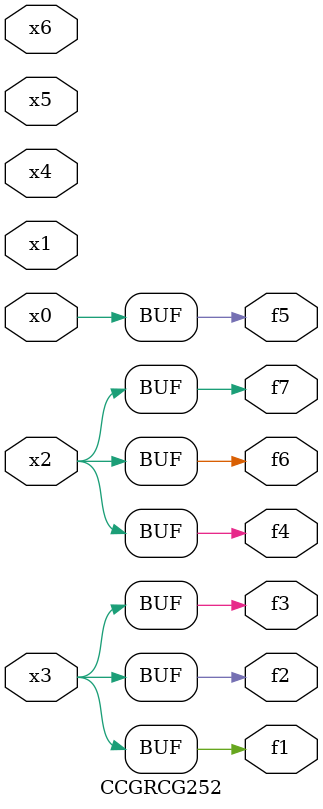
<source format=v>
module CCGRCG252(
	input x0, x1, x2, x3, x4, x5, x6,
	output f1, f2, f3, f4, f5, f6, f7
);
	assign f1 = x3;
	assign f2 = x3;
	assign f3 = x3;
	assign f4 = x2;
	assign f5 = x0;
	assign f6 = x2;
	assign f7 = x2;
endmodule

</source>
